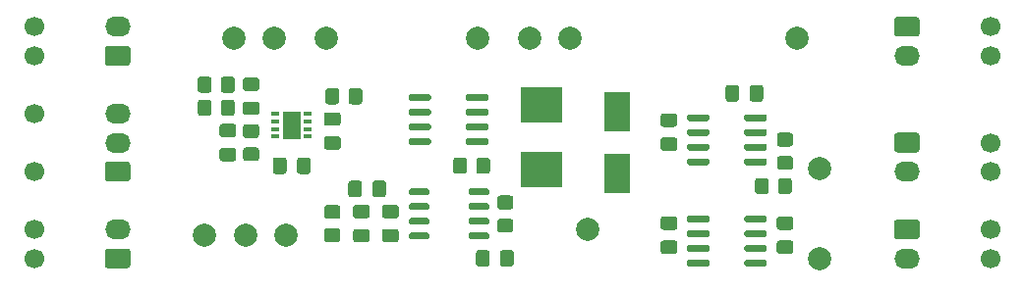
<source format=gts>
G04 #@! TF.GenerationSoftware,KiCad,Pcbnew,(5.1.10)-1*
G04 #@! TF.CreationDate,2021-10-18T13:49:48+01:00*
G04 #@! TF.ProjectId,Battery,42617474-6572-4792-9e6b-696361645f70,1*
G04 #@! TF.SameCoordinates,Original*
G04 #@! TF.FileFunction,Soldermask,Top*
G04 #@! TF.FilePolarity,Negative*
%FSLAX46Y46*%
G04 Gerber Fmt 4.6, Leading zero omitted, Abs format (unit mm)*
G04 Created by KiCad (PCBNEW (5.1.10)-1) date 2021-10-18 13:49:48*
%MOMM*%
%LPD*%
G01*
G04 APERTURE LIST*
%ADD10C,2.000000*%
%ADD11R,1.550000X2.400000*%
%ADD12R,0.650000X0.350000*%
%ADD13R,3.600000X3.100000*%
%ADD14O,2.200000X1.700000*%
%ADD15C,1.700000*%
%ADD16R,2.300000X3.500000*%
G04 APERTURE END LIST*
D10*
X156500000Y-116500000D03*
X174500000Y-100000000D03*
X155000000Y-100000000D03*
G36*
G01*
X127025000Y-103375000D02*
X127975000Y-103375000D01*
G75*
G02*
X128225000Y-103625000I0J-250000D01*
G01*
X128225000Y-104300000D01*
G75*
G02*
X127975000Y-104550000I-250000J0D01*
G01*
X127025000Y-104550000D01*
G75*
G02*
X126775000Y-104300000I0J250000D01*
G01*
X126775000Y-103625000D01*
G75*
G02*
X127025000Y-103375000I250000J0D01*
G01*
G37*
G36*
G01*
X127025000Y-105450000D02*
X127975000Y-105450000D01*
G75*
G02*
X128225000Y-105700000I0J-250000D01*
G01*
X128225000Y-106375000D01*
G75*
G02*
X127975000Y-106625000I-250000J0D01*
G01*
X127025000Y-106625000D01*
G75*
G02*
X126775000Y-106375000I0J250000D01*
G01*
X126775000Y-105700000D01*
G75*
G02*
X127025000Y-105450000I250000J0D01*
G01*
G37*
G36*
G01*
X165050000Y-106995000D02*
X165050000Y-106695000D01*
G75*
G02*
X165200000Y-106545000I150000J0D01*
G01*
X166850000Y-106545000D01*
G75*
G02*
X167000000Y-106695000I0J-150000D01*
G01*
X167000000Y-106995000D01*
G75*
G02*
X166850000Y-107145000I-150000J0D01*
G01*
X165200000Y-107145000D01*
G75*
G02*
X165050000Y-106995000I0J150000D01*
G01*
G37*
G36*
G01*
X165050000Y-108265000D02*
X165050000Y-107965000D01*
G75*
G02*
X165200000Y-107815000I150000J0D01*
G01*
X166850000Y-107815000D01*
G75*
G02*
X167000000Y-107965000I0J-150000D01*
G01*
X167000000Y-108265000D01*
G75*
G02*
X166850000Y-108415000I-150000J0D01*
G01*
X165200000Y-108415000D01*
G75*
G02*
X165050000Y-108265000I0J150000D01*
G01*
G37*
G36*
G01*
X165050000Y-109535000D02*
X165050000Y-109235000D01*
G75*
G02*
X165200000Y-109085000I150000J0D01*
G01*
X166850000Y-109085000D01*
G75*
G02*
X167000000Y-109235000I0J-150000D01*
G01*
X167000000Y-109535000D01*
G75*
G02*
X166850000Y-109685000I-150000J0D01*
G01*
X165200000Y-109685000D01*
G75*
G02*
X165050000Y-109535000I0J150000D01*
G01*
G37*
G36*
G01*
X165050000Y-110805000D02*
X165050000Y-110505000D01*
G75*
G02*
X165200000Y-110355000I150000J0D01*
G01*
X166850000Y-110355000D01*
G75*
G02*
X167000000Y-110505000I0J-150000D01*
G01*
X167000000Y-110805000D01*
G75*
G02*
X166850000Y-110955000I-150000J0D01*
G01*
X165200000Y-110955000D01*
G75*
G02*
X165050000Y-110805000I0J150000D01*
G01*
G37*
G36*
G01*
X170000000Y-110805000D02*
X170000000Y-110505000D01*
G75*
G02*
X170150000Y-110355000I150000J0D01*
G01*
X171800000Y-110355000D01*
G75*
G02*
X171950000Y-110505000I0J-150000D01*
G01*
X171950000Y-110805000D01*
G75*
G02*
X171800000Y-110955000I-150000J0D01*
G01*
X170150000Y-110955000D01*
G75*
G02*
X170000000Y-110805000I0J150000D01*
G01*
G37*
G36*
G01*
X170000000Y-109535000D02*
X170000000Y-109235000D01*
G75*
G02*
X170150000Y-109085000I150000J0D01*
G01*
X171800000Y-109085000D01*
G75*
G02*
X171950000Y-109235000I0J-150000D01*
G01*
X171950000Y-109535000D01*
G75*
G02*
X171800000Y-109685000I-150000J0D01*
G01*
X170150000Y-109685000D01*
G75*
G02*
X170000000Y-109535000I0J150000D01*
G01*
G37*
G36*
G01*
X170000000Y-108265000D02*
X170000000Y-107965000D01*
G75*
G02*
X170150000Y-107815000I150000J0D01*
G01*
X171800000Y-107815000D01*
G75*
G02*
X171950000Y-107965000I0J-150000D01*
G01*
X171950000Y-108265000D01*
G75*
G02*
X171800000Y-108415000I-150000J0D01*
G01*
X170150000Y-108415000D01*
G75*
G02*
X170000000Y-108265000I0J150000D01*
G01*
G37*
G36*
G01*
X170000000Y-106995000D02*
X170000000Y-106695000D01*
G75*
G02*
X170150000Y-106545000I150000J0D01*
G01*
X171800000Y-106545000D01*
G75*
G02*
X171950000Y-106695000I0J-150000D01*
G01*
X171950000Y-106995000D01*
G75*
G02*
X171800000Y-107145000I-150000J0D01*
G01*
X170150000Y-107145000D01*
G75*
G02*
X170000000Y-106995000I0J150000D01*
G01*
G37*
G36*
G01*
X165050000Y-115745000D02*
X165050000Y-115445000D01*
G75*
G02*
X165200000Y-115295000I150000J0D01*
G01*
X166850000Y-115295000D01*
G75*
G02*
X167000000Y-115445000I0J-150000D01*
G01*
X167000000Y-115745000D01*
G75*
G02*
X166850000Y-115895000I-150000J0D01*
G01*
X165200000Y-115895000D01*
G75*
G02*
X165050000Y-115745000I0J150000D01*
G01*
G37*
G36*
G01*
X165050000Y-117015000D02*
X165050000Y-116715000D01*
G75*
G02*
X165200000Y-116565000I150000J0D01*
G01*
X166850000Y-116565000D01*
G75*
G02*
X167000000Y-116715000I0J-150000D01*
G01*
X167000000Y-117015000D01*
G75*
G02*
X166850000Y-117165000I-150000J0D01*
G01*
X165200000Y-117165000D01*
G75*
G02*
X165050000Y-117015000I0J150000D01*
G01*
G37*
G36*
G01*
X165050000Y-118285000D02*
X165050000Y-117985000D01*
G75*
G02*
X165200000Y-117835000I150000J0D01*
G01*
X166850000Y-117835000D01*
G75*
G02*
X167000000Y-117985000I0J-150000D01*
G01*
X167000000Y-118285000D01*
G75*
G02*
X166850000Y-118435000I-150000J0D01*
G01*
X165200000Y-118435000D01*
G75*
G02*
X165050000Y-118285000I0J150000D01*
G01*
G37*
G36*
G01*
X165050000Y-119555000D02*
X165050000Y-119255000D01*
G75*
G02*
X165200000Y-119105000I150000J0D01*
G01*
X166850000Y-119105000D01*
G75*
G02*
X167000000Y-119255000I0J-150000D01*
G01*
X167000000Y-119555000D01*
G75*
G02*
X166850000Y-119705000I-150000J0D01*
G01*
X165200000Y-119705000D01*
G75*
G02*
X165050000Y-119555000I0J150000D01*
G01*
G37*
G36*
G01*
X170000000Y-119555000D02*
X170000000Y-119255000D01*
G75*
G02*
X170150000Y-119105000I150000J0D01*
G01*
X171800000Y-119105000D01*
G75*
G02*
X171950000Y-119255000I0J-150000D01*
G01*
X171950000Y-119555000D01*
G75*
G02*
X171800000Y-119705000I-150000J0D01*
G01*
X170150000Y-119705000D01*
G75*
G02*
X170000000Y-119555000I0J150000D01*
G01*
G37*
G36*
G01*
X170000000Y-118285000D02*
X170000000Y-117985000D01*
G75*
G02*
X170150000Y-117835000I150000J0D01*
G01*
X171800000Y-117835000D01*
G75*
G02*
X171950000Y-117985000I0J-150000D01*
G01*
X171950000Y-118285000D01*
G75*
G02*
X171800000Y-118435000I-150000J0D01*
G01*
X170150000Y-118435000D01*
G75*
G02*
X170000000Y-118285000I0J150000D01*
G01*
G37*
G36*
G01*
X170000000Y-117015000D02*
X170000000Y-116715000D01*
G75*
G02*
X170150000Y-116565000I150000J0D01*
G01*
X171800000Y-116565000D01*
G75*
G02*
X171950000Y-116715000I0J-150000D01*
G01*
X171950000Y-117015000D01*
G75*
G02*
X171800000Y-117165000I-150000J0D01*
G01*
X170150000Y-117165000D01*
G75*
G02*
X170000000Y-117015000I0J150000D01*
G01*
G37*
G36*
G01*
X170000000Y-115745000D02*
X170000000Y-115445000D01*
G75*
G02*
X170150000Y-115295000I150000J0D01*
G01*
X171800000Y-115295000D01*
G75*
G02*
X171950000Y-115445000I0J-150000D01*
G01*
X171950000Y-115745000D01*
G75*
G02*
X171800000Y-115895000I-150000J0D01*
G01*
X170150000Y-115895000D01*
G75*
G02*
X170000000Y-115745000I0J150000D01*
G01*
G37*
G36*
G01*
X141090000Y-113415000D02*
X141090000Y-113115000D01*
G75*
G02*
X141240000Y-112965000I150000J0D01*
G01*
X142690000Y-112965000D01*
G75*
G02*
X142840000Y-113115000I0J-150000D01*
G01*
X142840000Y-113415000D01*
G75*
G02*
X142690000Y-113565000I-150000J0D01*
G01*
X141240000Y-113565000D01*
G75*
G02*
X141090000Y-113415000I0J150000D01*
G01*
G37*
G36*
G01*
X141090000Y-114685000D02*
X141090000Y-114385000D01*
G75*
G02*
X141240000Y-114235000I150000J0D01*
G01*
X142690000Y-114235000D01*
G75*
G02*
X142840000Y-114385000I0J-150000D01*
G01*
X142840000Y-114685000D01*
G75*
G02*
X142690000Y-114835000I-150000J0D01*
G01*
X141240000Y-114835000D01*
G75*
G02*
X141090000Y-114685000I0J150000D01*
G01*
G37*
G36*
G01*
X141090000Y-115955000D02*
X141090000Y-115655000D01*
G75*
G02*
X141240000Y-115505000I150000J0D01*
G01*
X142690000Y-115505000D01*
G75*
G02*
X142840000Y-115655000I0J-150000D01*
G01*
X142840000Y-115955000D01*
G75*
G02*
X142690000Y-116105000I-150000J0D01*
G01*
X141240000Y-116105000D01*
G75*
G02*
X141090000Y-115955000I0J150000D01*
G01*
G37*
G36*
G01*
X141090000Y-117225000D02*
X141090000Y-116925000D01*
G75*
G02*
X141240000Y-116775000I150000J0D01*
G01*
X142690000Y-116775000D01*
G75*
G02*
X142840000Y-116925000I0J-150000D01*
G01*
X142840000Y-117225000D01*
G75*
G02*
X142690000Y-117375000I-150000J0D01*
G01*
X141240000Y-117375000D01*
G75*
G02*
X141090000Y-117225000I0J150000D01*
G01*
G37*
G36*
G01*
X146240000Y-117225000D02*
X146240000Y-116925000D01*
G75*
G02*
X146390000Y-116775000I150000J0D01*
G01*
X147840000Y-116775000D01*
G75*
G02*
X147990000Y-116925000I0J-150000D01*
G01*
X147990000Y-117225000D01*
G75*
G02*
X147840000Y-117375000I-150000J0D01*
G01*
X146390000Y-117375000D01*
G75*
G02*
X146240000Y-117225000I0J150000D01*
G01*
G37*
G36*
G01*
X146240000Y-115955000D02*
X146240000Y-115655000D01*
G75*
G02*
X146390000Y-115505000I150000J0D01*
G01*
X147840000Y-115505000D01*
G75*
G02*
X147990000Y-115655000I0J-150000D01*
G01*
X147990000Y-115955000D01*
G75*
G02*
X147840000Y-116105000I-150000J0D01*
G01*
X146390000Y-116105000D01*
G75*
G02*
X146240000Y-115955000I0J150000D01*
G01*
G37*
G36*
G01*
X146240000Y-114685000D02*
X146240000Y-114385000D01*
G75*
G02*
X146390000Y-114235000I150000J0D01*
G01*
X147840000Y-114235000D01*
G75*
G02*
X147990000Y-114385000I0J-150000D01*
G01*
X147990000Y-114685000D01*
G75*
G02*
X147840000Y-114835000I-150000J0D01*
G01*
X146390000Y-114835000D01*
G75*
G02*
X146240000Y-114685000I0J150000D01*
G01*
G37*
G36*
G01*
X146240000Y-113415000D02*
X146240000Y-113115000D01*
G75*
G02*
X146390000Y-112965000I150000J0D01*
G01*
X147840000Y-112965000D01*
G75*
G02*
X147990000Y-113115000I0J-150000D01*
G01*
X147990000Y-113415000D01*
G75*
G02*
X147840000Y-113565000I-150000J0D01*
G01*
X146390000Y-113565000D01*
G75*
G02*
X146240000Y-113415000I0J150000D01*
G01*
G37*
D11*
X131000000Y-107500000D03*
D12*
X132400000Y-106525000D03*
X132400000Y-107175000D03*
X132400000Y-107825000D03*
X132400000Y-108475000D03*
X129600000Y-108475000D03*
X129600000Y-107825000D03*
X129600000Y-107175000D03*
X129600000Y-106525000D03*
D10*
X130500000Y-117000000D03*
X127000000Y-117000000D03*
X123500000Y-117000000D03*
X176500000Y-111250000D03*
X176500000Y-119000000D03*
X147000000Y-100000000D03*
X151500000Y-100000000D03*
X134000000Y-100000000D03*
X129500000Y-100000000D03*
X126000000Y-100000000D03*
G36*
G01*
X173950001Y-111350000D02*
X173049999Y-111350000D01*
G75*
G02*
X172800000Y-111100001I0J249999D01*
G01*
X172800000Y-110399999D01*
G75*
G02*
X173049999Y-110150000I249999J0D01*
G01*
X173950001Y-110150000D01*
G75*
G02*
X174200000Y-110399999I0J-249999D01*
G01*
X174200000Y-111100001D01*
G75*
G02*
X173950001Y-111350000I-249999J0D01*
G01*
G37*
G36*
G01*
X173950001Y-109350000D02*
X173049999Y-109350000D01*
G75*
G02*
X172800000Y-109100001I0J249999D01*
G01*
X172800000Y-108399999D01*
G75*
G02*
X173049999Y-108150000I249999J0D01*
G01*
X173950001Y-108150000D01*
G75*
G02*
X174200000Y-108399999I0J-249999D01*
G01*
X174200000Y-109100001D01*
G75*
G02*
X173950001Y-109350000I-249999J0D01*
G01*
G37*
G36*
G01*
X174100000Y-112299999D02*
X174100000Y-113200001D01*
G75*
G02*
X173850001Y-113450000I-249999J0D01*
G01*
X173149999Y-113450000D01*
G75*
G02*
X172900000Y-113200001I0J249999D01*
G01*
X172900000Y-112299999D01*
G75*
G02*
X173149999Y-112050000I249999J0D01*
G01*
X173850001Y-112050000D01*
G75*
G02*
X174100000Y-112299999I0J-249999D01*
G01*
G37*
G36*
G01*
X172100000Y-112299999D02*
X172100000Y-113200001D01*
G75*
G02*
X171850001Y-113450000I-249999J0D01*
G01*
X171149999Y-113450000D01*
G75*
G02*
X170900000Y-113200001I0J249999D01*
G01*
X170900000Y-112299999D01*
G75*
G02*
X171149999Y-112050000I249999J0D01*
G01*
X171850001Y-112050000D01*
G75*
G02*
X172100000Y-112299999I0J-249999D01*
G01*
G37*
G36*
G01*
X146900000Y-111450001D02*
X146900000Y-110549999D01*
G75*
G02*
X147149999Y-110300000I249999J0D01*
G01*
X147850001Y-110300000D01*
G75*
G02*
X148100000Y-110549999I0J-249999D01*
G01*
X148100000Y-111450001D01*
G75*
G02*
X147850001Y-111700000I-249999J0D01*
G01*
X147149999Y-111700000D01*
G75*
G02*
X146900000Y-111450001I0J249999D01*
G01*
G37*
G36*
G01*
X144900000Y-111450001D02*
X144900000Y-110549999D01*
G75*
G02*
X145149999Y-110300000I249999J0D01*
G01*
X145850001Y-110300000D01*
G75*
G02*
X146100000Y-110549999I0J-249999D01*
G01*
X146100000Y-111450001D01*
G75*
G02*
X145850001Y-111700000I-249999J0D01*
G01*
X145149999Y-111700000D01*
G75*
G02*
X144900000Y-111450001I0J249999D01*
G01*
G37*
G36*
G01*
X135100000Y-104549999D02*
X135100000Y-105450001D01*
G75*
G02*
X134850001Y-105700000I-249999J0D01*
G01*
X134149999Y-105700000D01*
G75*
G02*
X133900000Y-105450001I0J249999D01*
G01*
X133900000Y-104549999D01*
G75*
G02*
X134149999Y-104300000I249999J0D01*
G01*
X134850001Y-104300000D01*
G75*
G02*
X135100000Y-104549999I0J-249999D01*
G01*
G37*
G36*
G01*
X137100000Y-104549999D02*
X137100000Y-105450001D01*
G75*
G02*
X136850001Y-105700000I-249999J0D01*
G01*
X136149999Y-105700000D01*
G75*
G02*
X135900000Y-105450001I0J249999D01*
G01*
X135900000Y-104549999D01*
G75*
G02*
X136149999Y-104300000I249999J0D01*
G01*
X136850001Y-104300000D01*
G75*
G02*
X137100000Y-104549999I0J-249999D01*
G01*
G37*
G36*
G01*
X134049999Y-116400000D02*
X134950001Y-116400000D01*
G75*
G02*
X135200000Y-116649999I0J-249999D01*
G01*
X135200000Y-117350001D01*
G75*
G02*
X134950001Y-117600000I-249999J0D01*
G01*
X134049999Y-117600000D01*
G75*
G02*
X133800000Y-117350001I0J249999D01*
G01*
X133800000Y-116649999D01*
G75*
G02*
X134049999Y-116400000I249999J0D01*
G01*
G37*
G36*
G01*
X134049999Y-114400000D02*
X134950001Y-114400000D01*
G75*
G02*
X135200000Y-114649999I0J-249999D01*
G01*
X135200000Y-115350001D01*
G75*
G02*
X134950001Y-115600000I-249999J0D01*
G01*
X134049999Y-115600000D01*
G75*
G02*
X133800000Y-115350001I0J249999D01*
G01*
X133800000Y-114649999D01*
G75*
G02*
X134049999Y-114400000I249999J0D01*
G01*
G37*
G36*
G01*
X127950001Y-108600000D02*
X127049999Y-108600000D01*
G75*
G02*
X126800000Y-108350001I0J249999D01*
G01*
X126800000Y-107649999D01*
G75*
G02*
X127049999Y-107400000I249999J0D01*
G01*
X127950001Y-107400000D01*
G75*
G02*
X128200000Y-107649999I0J-249999D01*
G01*
X128200000Y-108350001D01*
G75*
G02*
X127950001Y-108600000I-249999J0D01*
G01*
G37*
G36*
G01*
X127950001Y-110600000D02*
X127049999Y-110600000D01*
G75*
G02*
X126800000Y-110350001I0J249999D01*
G01*
X126800000Y-109649999D01*
G75*
G02*
X127049999Y-109400000I249999J0D01*
G01*
X127950001Y-109400000D01*
G75*
G02*
X128200000Y-109649999I0J-249999D01*
G01*
X128200000Y-110350001D01*
G75*
G02*
X127950001Y-110600000I-249999J0D01*
G01*
G37*
G36*
G01*
X124900000Y-106450001D02*
X124900000Y-105549999D01*
G75*
G02*
X125149999Y-105300000I249999J0D01*
G01*
X125850001Y-105300000D01*
G75*
G02*
X126100000Y-105549999I0J-249999D01*
G01*
X126100000Y-106450001D01*
G75*
G02*
X125850001Y-106700000I-249999J0D01*
G01*
X125149999Y-106700000D01*
G75*
G02*
X124900000Y-106450001I0J249999D01*
G01*
G37*
G36*
G01*
X122900000Y-106450001D02*
X122900000Y-105549999D01*
G75*
G02*
X123149999Y-105300000I249999J0D01*
G01*
X123850001Y-105300000D01*
G75*
G02*
X124100000Y-105549999I0J-249999D01*
G01*
X124100000Y-106450001D01*
G75*
G02*
X123850001Y-106700000I-249999J0D01*
G01*
X123149999Y-106700000D01*
G75*
G02*
X122900000Y-106450001I0J249999D01*
G01*
G37*
G36*
G01*
X124900000Y-104450001D02*
X124900000Y-103549999D01*
G75*
G02*
X125149999Y-103300000I249999J0D01*
G01*
X125850001Y-103300000D01*
G75*
G02*
X126100000Y-103549999I0J-249999D01*
G01*
X126100000Y-104450001D01*
G75*
G02*
X125850001Y-104700000I-249999J0D01*
G01*
X125149999Y-104700000D01*
G75*
G02*
X124900000Y-104450001I0J249999D01*
G01*
G37*
G36*
G01*
X122900000Y-104450001D02*
X122900000Y-103549999D01*
G75*
G02*
X123149999Y-103300000I249999J0D01*
G01*
X123850001Y-103300000D01*
G75*
G02*
X124100000Y-103549999I0J-249999D01*
G01*
X124100000Y-104450001D01*
G75*
G02*
X123850001Y-104700000I-249999J0D01*
G01*
X123149999Y-104700000D01*
G75*
G02*
X122900000Y-104450001I0J249999D01*
G01*
G37*
G36*
G01*
X149850001Y-114770000D02*
X148949999Y-114770000D01*
G75*
G02*
X148700000Y-114520001I0J249999D01*
G01*
X148700000Y-113819999D01*
G75*
G02*
X148949999Y-113570000I249999J0D01*
G01*
X149850001Y-113570000D01*
G75*
G02*
X150100000Y-113819999I0J-249999D01*
G01*
X150100000Y-114520001D01*
G75*
G02*
X149850001Y-114770000I-249999J0D01*
G01*
G37*
G36*
G01*
X149850001Y-116770000D02*
X148949999Y-116770000D01*
G75*
G02*
X148700000Y-116520001I0J249999D01*
G01*
X148700000Y-115819999D01*
G75*
G02*
X148949999Y-115570000I249999J0D01*
G01*
X149850001Y-115570000D01*
G75*
G02*
X150100000Y-115819999I0J-249999D01*
G01*
X150100000Y-116520001D01*
G75*
G02*
X149850001Y-116770000I-249999J0D01*
G01*
G37*
G36*
G01*
X146000000Y-105245000D02*
X146000000Y-104945000D01*
G75*
G02*
X146150000Y-104795000I150000J0D01*
G01*
X147800000Y-104795000D01*
G75*
G02*
X147950000Y-104945000I0J-150000D01*
G01*
X147950000Y-105245000D01*
G75*
G02*
X147800000Y-105395000I-150000J0D01*
G01*
X146150000Y-105395000D01*
G75*
G02*
X146000000Y-105245000I0J150000D01*
G01*
G37*
G36*
G01*
X146000000Y-106515000D02*
X146000000Y-106215000D01*
G75*
G02*
X146150000Y-106065000I150000J0D01*
G01*
X147800000Y-106065000D01*
G75*
G02*
X147950000Y-106215000I0J-150000D01*
G01*
X147950000Y-106515000D01*
G75*
G02*
X147800000Y-106665000I-150000J0D01*
G01*
X146150000Y-106665000D01*
G75*
G02*
X146000000Y-106515000I0J150000D01*
G01*
G37*
G36*
G01*
X146000000Y-107785000D02*
X146000000Y-107485000D01*
G75*
G02*
X146150000Y-107335000I150000J0D01*
G01*
X147800000Y-107335000D01*
G75*
G02*
X147950000Y-107485000I0J-150000D01*
G01*
X147950000Y-107785000D01*
G75*
G02*
X147800000Y-107935000I-150000J0D01*
G01*
X146150000Y-107935000D01*
G75*
G02*
X146000000Y-107785000I0J150000D01*
G01*
G37*
G36*
G01*
X146000000Y-109055000D02*
X146000000Y-108755000D01*
G75*
G02*
X146150000Y-108605000I150000J0D01*
G01*
X147800000Y-108605000D01*
G75*
G02*
X147950000Y-108755000I0J-150000D01*
G01*
X147950000Y-109055000D01*
G75*
G02*
X147800000Y-109205000I-150000J0D01*
G01*
X146150000Y-109205000D01*
G75*
G02*
X146000000Y-109055000I0J150000D01*
G01*
G37*
G36*
G01*
X141050000Y-109055000D02*
X141050000Y-108755000D01*
G75*
G02*
X141200000Y-108605000I150000J0D01*
G01*
X142850000Y-108605000D01*
G75*
G02*
X143000000Y-108755000I0J-150000D01*
G01*
X143000000Y-109055000D01*
G75*
G02*
X142850000Y-109205000I-150000J0D01*
G01*
X141200000Y-109205000D01*
G75*
G02*
X141050000Y-109055000I0J150000D01*
G01*
G37*
G36*
G01*
X141050000Y-107785000D02*
X141050000Y-107485000D01*
G75*
G02*
X141200000Y-107335000I150000J0D01*
G01*
X142850000Y-107335000D01*
G75*
G02*
X143000000Y-107485000I0J-150000D01*
G01*
X143000000Y-107785000D01*
G75*
G02*
X142850000Y-107935000I-150000J0D01*
G01*
X141200000Y-107935000D01*
G75*
G02*
X141050000Y-107785000I0J150000D01*
G01*
G37*
G36*
G01*
X141050000Y-106515000D02*
X141050000Y-106215000D01*
G75*
G02*
X141200000Y-106065000I150000J0D01*
G01*
X142850000Y-106065000D01*
G75*
G02*
X143000000Y-106215000I0J-150000D01*
G01*
X143000000Y-106515000D01*
G75*
G02*
X142850000Y-106665000I-150000J0D01*
G01*
X141200000Y-106665000D01*
G75*
G02*
X141050000Y-106515000I0J150000D01*
G01*
G37*
G36*
G01*
X141050000Y-105245000D02*
X141050000Y-104945000D01*
G75*
G02*
X141200000Y-104795000I150000J0D01*
G01*
X142850000Y-104795000D01*
G75*
G02*
X143000000Y-104945000I0J-150000D01*
G01*
X143000000Y-105245000D01*
G75*
G02*
X142850000Y-105395000I-150000J0D01*
G01*
X141200000Y-105395000D01*
G75*
G02*
X141050000Y-105245000I0J150000D01*
G01*
G37*
D13*
X152500000Y-105700000D03*
X152500000Y-111300000D03*
G36*
G01*
X117100000Y-118400000D02*
X117100000Y-119600000D01*
G75*
G02*
X116850000Y-119850000I-250000J0D01*
G01*
X115150000Y-119850000D01*
G75*
G02*
X114900000Y-119600000I0J250000D01*
G01*
X114900000Y-118400000D01*
G75*
G02*
X115150000Y-118150000I250000J0D01*
G01*
X116850000Y-118150000D01*
G75*
G02*
X117100000Y-118400000I0J-250000D01*
G01*
G37*
D14*
X116000000Y-116500000D03*
D15*
X108820000Y-119000000D03*
X108820000Y-116500000D03*
X191180000Y-111500000D03*
X191180000Y-109000000D03*
D14*
X184000000Y-111500000D03*
G36*
G01*
X182900000Y-109600000D02*
X182900000Y-108400000D01*
G75*
G02*
X183150000Y-108150000I250000J0D01*
G01*
X184850000Y-108150000D01*
G75*
G02*
X185100000Y-108400000I0J-250000D01*
G01*
X185100000Y-109600000D01*
G75*
G02*
X184850000Y-109850000I-250000J0D01*
G01*
X183150000Y-109850000D01*
G75*
G02*
X182900000Y-109600000I0J250000D01*
G01*
G37*
D15*
X191180000Y-119000000D03*
X191180000Y-116500000D03*
D14*
X184000000Y-119000000D03*
G36*
G01*
X182900000Y-117100000D02*
X182900000Y-115900000D01*
G75*
G02*
X183150000Y-115650000I250000J0D01*
G01*
X184850000Y-115650000D01*
G75*
G02*
X185100000Y-115900000I0J-250000D01*
G01*
X185100000Y-117100000D01*
G75*
G02*
X184850000Y-117350000I-250000J0D01*
G01*
X183150000Y-117350000D01*
G75*
G02*
X182900000Y-117100000I0J250000D01*
G01*
G37*
G36*
G01*
X117100000Y-100900000D02*
X117100000Y-102100000D01*
G75*
G02*
X116850000Y-102350000I-250000J0D01*
G01*
X115150000Y-102350000D01*
G75*
G02*
X114900000Y-102100000I0J250000D01*
G01*
X114900000Y-100900000D01*
G75*
G02*
X115150000Y-100650000I250000J0D01*
G01*
X116850000Y-100650000D01*
G75*
G02*
X117100000Y-100900000I0J-250000D01*
G01*
G37*
X116000000Y-99000000D03*
D15*
X108820000Y-101500000D03*
X108820000Y-99000000D03*
X191180000Y-101500000D03*
X191180000Y-99000000D03*
D14*
X184000000Y-101500000D03*
G36*
G01*
X182900000Y-99600000D02*
X182900000Y-98400000D01*
G75*
G02*
X183150000Y-98150000I250000J0D01*
G01*
X184850000Y-98150000D01*
G75*
G02*
X185100000Y-98400000I0J-250000D01*
G01*
X185100000Y-99600000D01*
G75*
G02*
X184850000Y-99850000I-250000J0D01*
G01*
X183150000Y-99850000D01*
G75*
G02*
X182900000Y-99600000I0J250000D01*
G01*
G37*
G36*
G01*
X117100000Y-110900000D02*
X117100000Y-112100000D01*
G75*
G02*
X116850000Y-112350000I-250000J0D01*
G01*
X115150000Y-112350000D01*
G75*
G02*
X114900000Y-112100000I0J250000D01*
G01*
X114900000Y-110900000D01*
G75*
G02*
X115150000Y-110650000I250000J0D01*
G01*
X116850000Y-110650000D01*
G75*
G02*
X117100000Y-110900000I0J-250000D01*
G01*
G37*
X116000000Y-109000000D03*
X116000000Y-106500000D03*
D15*
X108820000Y-111500000D03*
X108820000Y-106500000D03*
D16*
X159000000Y-106300000D03*
X159000000Y-111700000D03*
G36*
G01*
X169550000Y-104275000D02*
X169550000Y-105225000D01*
G75*
G02*
X169300000Y-105475000I-250000J0D01*
G01*
X168625000Y-105475000D01*
G75*
G02*
X168375000Y-105225000I0J250000D01*
G01*
X168375000Y-104275000D01*
G75*
G02*
X168625000Y-104025000I250000J0D01*
G01*
X169300000Y-104025000D01*
G75*
G02*
X169550000Y-104275000I0J-250000D01*
G01*
G37*
G36*
G01*
X171625000Y-104275000D02*
X171625000Y-105225000D01*
G75*
G02*
X171375000Y-105475000I-250000J0D01*
G01*
X170700000Y-105475000D01*
G75*
G02*
X170450000Y-105225000I0J250000D01*
G01*
X170450000Y-104275000D01*
G75*
G02*
X170700000Y-104025000I250000J0D01*
G01*
X171375000Y-104025000D01*
G75*
G02*
X171625000Y-104275000I0J-250000D01*
G01*
G37*
G36*
G01*
X173025000Y-117450000D02*
X173975000Y-117450000D01*
G75*
G02*
X174225000Y-117700000I0J-250000D01*
G01*
X174225000Y-118375000D01*
G75*
G02*
X173975000Y-118625000I-250000J0D01*
G01*
X173025000Y-118625000D01*
G75*
G02*
X172775000Y-118375000I0J250000D01*
G01*
X172775000Y-117700000D01*
G75*
G02*
X173025000Y-117450000I250000J0D01*
G01*
G37*
G36*
G01*
X173025000Y-115375000D02*
X173975000Y-115375000D01*
G75*
G02*
X174225000Y-115625000I0J-250000D01*
G01*
X174225000Y-116300000D01*
G75*
G02*
X173975000Y-116550000I-250000J0D01*
G01*
X173025000Y-116550000D01*
G75*
G02*
X172775000Y-116300000I0J250000D01*
G01*
X172775000Y-115625000D01*
G75*
G02*
X173025000Y-115375000I250000J0D01*
G01*
G37*
G36*
G01*
X163025000Y-108550000D02*
X163975000Y-108550000D01*
G75*
G02*
X164225000Y-108800000I0J-250000D01*
G01*
X164225000Y-109475000D01*
G75*
G02*
X163975000Y-109725000I-250000J0D01*
G01*
X163025000Y-109725000D01*
G75*
G02*
X162775000Y-109475000I0J250000D01*
G01*
X162775000Y-108800000D01*
G75*
G02*
X163025000Y-108550000I250000J0D01*
G01*
G37*
G36*
G01*
X163025000Y-106475000D02*
X163975000Y-106475000D01*
G75*
G02*
X164225000Y-106725000I0J-250000D01*
G01*
X164225000Y-107400000D01*
G75*
G02*
X163975000Y-107650000I-250000J0D01*
G01*
X163025000Y-107650000D01*
G75*
G02*
X162775000Y-107400000I0J250000D01*
G01*
X162775000Y-106725000D01*
G75*
G02*
X163025000Y-106475000I250000J0D01*
G01*
G37*
G36*
G01*
X163025000Y-117450000D02*
X163975000Y-117450000D01*
G75*
G02*
X164225000Y-117700000I0J-250000D01*
G01*
X164225000Y-118375000D01*
G75*
G02*
X163975000Y-118625000I-250000J0D01*
G01*
X163025000Y-118625000D01*
G75*
G02*
X162775000Y-118375000I0J250000D01*
G01*
X162775000Y-117700000D01*
G75*
G02*
X163025000Y-117450000I250000J0D01*
G01*
G37*
G36*
G01*
X163025000Y-115375000D02*
X163975000Y-115375000D01*
G75*
G02*
X164225000Y-115625000I0J-250000D01*
G01*
X164225000Y-116300000D01*
G75*
G02*
X163975000Y-116550000I-250000J0D01*
G01*
X163025000Y-116550000D01*
G75*
G02*
X162775000Y-116300000I0J250000D01*
G01*
X162775000Y-115625000D01*
G75*
G02*
X163025000Y-115375000I250000J0D01*
G01*
G37*
G36*
G01*
X134025000Y-106375000D02*
X134975000Y-106375000D01*
G75*
G02*
X135225000Y-106625000I0J-250000D01*
G01*
X135225000Y-107300000D01*
G75*
G02*
X134975000Y-107550000I-250000J0D01*
G01*
X134025000Y-107550000D01*
G75*
G02*
X133775000Y-107300000I0J250000D01*
G01*
X133775000Y-106625000D01*
G75*
G02*
X134025000Y-106375000I250000J0D01*
G01*
G37*
G36*
G01*
X134025000Y-108450000D02*
X134975000Y-108450000D01*
G75*
G02*
X135225000Y-108700000I0J-250000D01*
G01*
X135225000Y-109375000D01*
G75*
G02*
X134975000Y-109625000I-250000J0D01*
G01*
X134025000Y-109625000D01*
G75*
G02*
X133775000Y-109375000I0J250000D01*
G01*
X133775000Y-108700000D01*
G75*
G02*
X134025000Y-108450000I250000J0D01*
G01*
G37*
G36*
G01*
X139025000Y-114375000D02*
X139975000Y-114375000D01*
G75*
G02*
X140225000Y-114625000I0J-250000D01*
G01*
X140225000Y-115300000D01*
G75*
G02*
X139975000Y-115550000I-250000J0D01*
G01*
X139025000Y-115550000D01*
G75*
G02*
X138775000Y-115300000I0J250000D01*
G01*
X138775000Y-114625000D01*
G75*
G02*
X139025000Y-114375000I250000J0D01*
G01*
G37*
G36*
G01*
X139025000Y-116450000D02*
X139975000Y-116450000D01*
G75*
G02*
X140225000Y-116700000I0J-250000D01*
G01*
X140225000Y-117375000D01*
G75*
G02*
X139975000Y-117625000I-250000J0D01*
G01*
X139025000Y-117625000D01*
G75*
G02*
X138775000Y-117375000I0J250000D01*
G01*
X138775000Y-116700000D01*
G75*
G02*
X139025000Y-116450000I250000J0D01*
G01*
G37*
G36*
G01*
X136525000Y-114375000D02*
X137475000Y-114375000D01*
G75*
G02*
X137725000Y-114625000I0J-250000D01*
G01*
X137725000Y-115300000D01*
G75*
G02*
X137475000Y-115550000I-250000J0D01*
G01*
X136525000Y-115550000D01*
G75*
G02*
X136275000Y-115300000I0J250000D01*
G01*
X136275000Y-114625000D01*
G75*
G02*
X136525000Y-114375000I250000J0D01*
G01*
G37*
G36*
G01*
X136525000Y-116450000D02*
X137475000Y-116450000D01*
G75*
G02*
X137725000Y-116700000I0J-250000D01*
G01*
X137725000Y-117375000D01*
G75*
G02*
X137475000Y-117625000I-250000J0D01*
G01*
X136525000Y-117625000D01*
G75*
G02*
X136275000Y-117375000I0J250000D01*
G01*
X136275000Y-116700000D01*
G75*
G02*
X136525000Y-116450000I250000J0D01*
G01*
G37*
G36*
G01*
X129375000Y-111475000D02*
X129375000Y-110525000D01*
G75*
G02*
X129625000Y-110275000I250000J0D01*
G01*
X130300000Y-110275000D01*
G75*
G02*
X130550000Y-110525000I0J-250000D01*
G01*
X130550000Y-111475000D01*
G75*
G02*
X130300000Y-111725000I-250000J0D01*
G01*
X129625000Y-111725000D01*
G75*
G02*
X129375000Y-111475000I0J250000D01*
G01*
G37*
G36*
G01*
X131450000Y-111475000D02*
X131450000Y-110525000D01*
G75*
G02*
X131700000Y-110275000I250000J0D01*
G01*
X132375000Y-110275000D01*
G75*
G02*
X132625000Y-110525000I0J-250000D01*
G01*
X132625000Y-111475000D01*
G75*
G02*
X132375000Y-111725000I-250000J0D01*
G01*
X131700000Y-111725000D01*
G75*
G02*
X131450000Y-111475000I0J250000D01*
G01*
G37*
G36*
G01*
X139125000Y-112525000D02*
X139125000Y-113475000D01*
G75*
G02*
X138875000Y-113725000I-250000J0D01*
G01*
X138200000Y-113725000D01*
G75*
G02*
X137950000Y-113475000I0J250000D01*
G01*
X137950000Y-112525000D01*
G75*
G02*
X138200000Y-112275000I250000J0D01*
G01*
X138875000Y-112275000D01*
G75*
G02*
X139125000Y-112525000I0J-250000D01*
G01*
G37*
G36*
G01*
X137050000Y-112525000D02*
X137050000Y-113475000D01*
G75*
G02*
X136800000Y-113725000I-250000J0D01*
G01*
X136125000Y-113725000D01*
G75*
G02*
X135875000Y-113475000I0J250000D01*
G01*
X135875000Y-112525000D01*
G75*
G02*
X136125000Y-112275000I250000J0D01*
G01*
X136800000Y-112275000D01*
G75*
G02*
X137050000Y-112525000I0J-250000D01*
G01*
G37*
G36*
G01*
X125025000Y-107375000D02*
X125975000Y-107375000D01*
G75*
G02*
X126225000Y-107625000I0J-250000D01*
G01*
X126225000Y-108300000D01*
G75*
G02*
X125975000Y-108550000I-250000J0D01*
G01*
X125025000Y-108550000D01*
G75*
G02*
X124775000Y-108300000I0J250000D01*
G01*
X124775000Y-107625000D01*
G75*
G02*
X125025000Y-107375000I250000J0D01*
G01*
G37*
G36*
G01*
X125025000Y-109450000D02*
X125975000Y-109450000D01*
G75*
G02*
X126225000Y-109700000I0J-250000D01*
G01*
X126225000Y-110375000D01*
G75*
G02*
X125975000Y-110625000I-250000J0D01*
G01*
X125025000Y-110625000D01*
G75*
G02*
X124775000Y-110375000I0J250000D01*
G01*
X124775000Y-109700000D01*
G75*
G02*
X125025000Y-109450000I250000J0D01*
G01*
G37*
G36*
G01*
X150125000Y-118525000D02*
X150125000Y-119475000D01*
G75*
G02*
X149875000Y-119725000I-250000J0D01*
G01*
X149200000Y-119725000D01*
G75*
G02*
X148950000Y-119475000I0J250000D01*
G01*
X148950000Y-118525000D01*
G75*
G02*
X149200000Y-118275000I250000J0D01*
G01*
X149875000Y-118275000D01*
G75*
G02*
X150125000Y-118525000I0J-250000D01*
G01*
G37*
G36*
G01*
X148050000Y-118525000D02*
X148050000Y-119475000D01*
G75*
G02*
X147800000Y-119725000I-250000J0D01*
G01*
X147125000Y-119725000D01*
G75*
G02*
X146875000Y-119475000I0J250000D01*
G01*
X146875000Y-118525000D01*
G75*
G02*
X147125000Y-118275000I250000J0D01*
G01*
X147800000Y-118275000D01*
G75*
G02*
X148050000Y-118525000I0J-250000D01*
G01*
G37*
M02*

</source>
